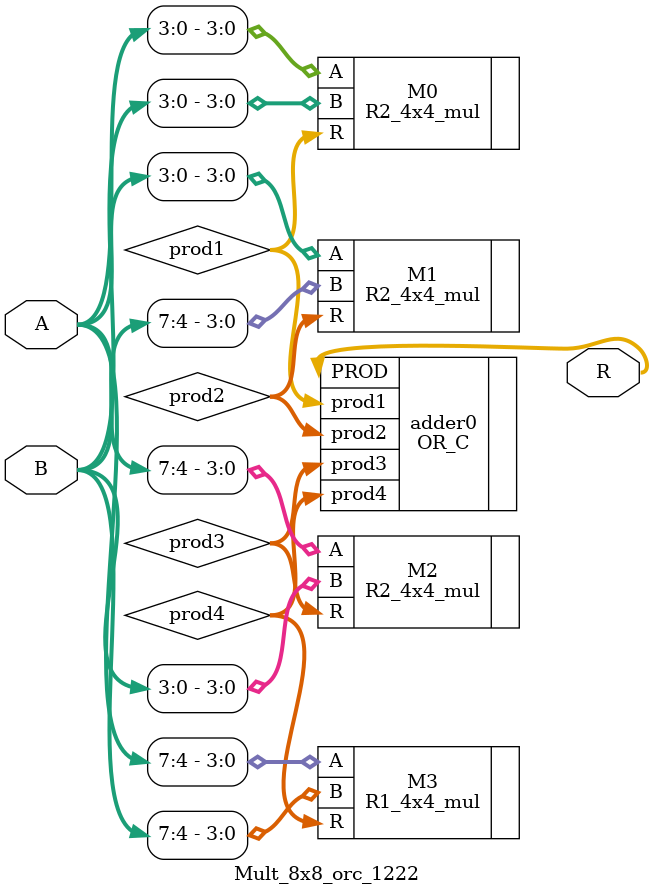
<source format=v>
module Mult_8x8_orc_1222(
input [7:0] A,
input [7:0] B,
output [15:0]R
);
wire [7:0]prod1;
wire [7:0]prod2;
wire [7:0]prod3;
wire [7:0]prod4;

R2_4x4_mul M0(.A(A[3:0]),.B(B[3:0]),.R(prod1));
R2_4x4_mul M1(.A(A[3:0]),.B(B[7:4]),.R(prod2));
R2_4x4_mul M2(.A(A[7:4]),.B(B[3:0]),.R(prod3));
R1_4x4_mul M3(.A(A[7:4]),.B(B[7:4]),.R(prod4));
OR_C adder0(.prod1(prod1),.prod2(prod2),.prod3(prod3),.prod4(prod4),.PROD(R));
endmodule

</source>
